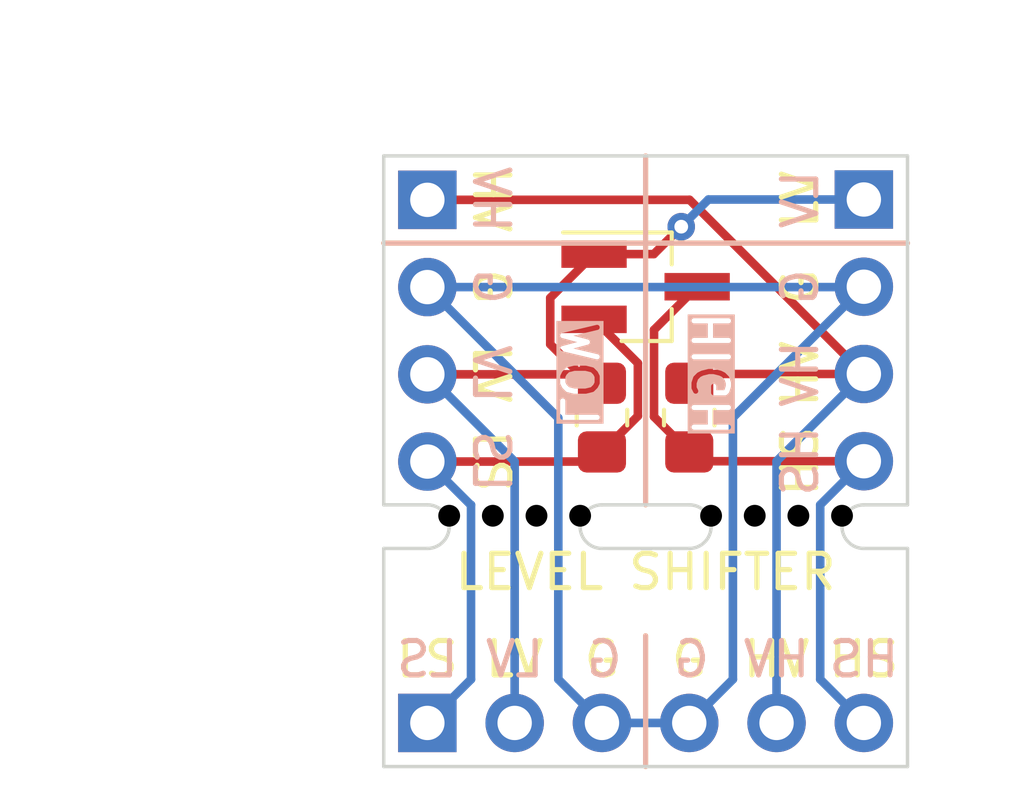
<source format=kicad_pcb>
(kicad_pcb (version 20221018) (generator pcbnew)
  (layers (0 "F.Cu" signal) (31 "B.Cu" signal) (34 "B.Paste" user) (35 "F.Paste" user) (36 "B.SilkS" user "B.Silkscreen") (37 "F.SilkS" user "F.Silkscreen") (38 "B.Mask" user) (39 "F.Mask" user) (44 "Edge.Cuts" user))
  (net 0 "")
  (net 1 "LV")
  (net 2 "LS")
  (net 3 "HS")
  (net 4 "HV")
  (net 5 "G")
  (footprint "Library:Mouse_Bites_4_holes" (layer "F.Cu") (at 105.41 73.66 180)
    (fp_text reference "REF**" hide)
    (fp_text value "Mouse_Bites_4_holes" hide)
    (pad "" np_thru_hole circle (at -1.905 -0.3175 180) (size 0.635 0.635) (drill 0.635) (layers "*.Mask"))
    (pad "" np_thru_hole circle (at -0.635 -0.3175 180) (size 0.635 0.635) (drill 0.635) (layers "*.Mask"))
    (pad "" np_thru_hole circle (at 0.635 -0.3175 180) (size 0.635 0.635) (drill 0.635) (layers "*.Mask"))
    (pad "" np_thru_hole circle (at 1.905 -0.3175 180) (size 0.635 0.635) (drill 0.635) (layers "*.Mask"))
  )
  (footprint "Custom:PinHeader_1x06_P2.54mm_Vertical_no_silk" (layer "F.Cu") (at 102.87 80.01 90)
    (fp_text reference "J3" hide)
    (fp_text value "Conn_01x06" hide)
    (pad "1" thru_hole rect (at 0 0 90) (size 1.7 1.7) (drill 1) (layers "*.Cu" "*.Mask") (net 2 "LS"))
    (pad "2" thru_hole oval (at 0 2.54 90) (size 1.7 1.7) (drill 1) (layers "*.Cu" "*.Mask") (net 1 "LV"))
    (pad "3" thru_hole oval (at 0 5.08 90) (size 1.7 1.7) (drill 1) (layers "*.Cu" "*.Mask") (net 5 "G"))
    (pad "4" thru_hole oval (at 0 7.62 90) (size 1.7 1.7) (drill 1) (layers "*.Cu" "*.Mask") (net 5 "G"))
    (pad "5" thru_hole oval (at 0 10.16 90) (size 1.7 1.7) (drill 1) (layers "*.Cu" "*.Mask") (net 4 "HV"))
    (pad "6" thru_hole oval (at 0 12.7 90) (size 1.7 1.7) (drill 1) (layers "*.Cu" "*.Mask") (net 3 "HS"))
  )
  (footprint "Library:Mouse_Bites_4_holes" (layer "F.Cu") (at 113.03 73.66 180)
    (fp_text reference "REF**" hide)
    (fp_text value "Mouse_Bites_4_holes" hide)
    (pad "" np_thru_hole circle (at -1.905 -0.3175 180) (size 0.635 0.635) (drill 0.635) (layers "*.Mask"))
    (pad "" np_thru_hole circle (at -0.635 -0.3175 180) (size 0.635 0.635) (drill 0.635) (layers "*.Mask"))
    (pad "" np_thru_hole circle (at 0.635 -0.3175 180) (size 0.635 0.635) (drill 0.635) (layers "*.Mask"))
    (pad "" np_thru_hole circle (at 1.905 -0.3175 180) (size 0.635 0.635) (drill 0.635) (layers "*.Mask"))
  )
  (footprint "Resistor_SMD:R_0805_2012Metric_Pad1.20x1.40mm_HandSolder" (layer "F.Cu") (at 110.49 71.12 -90)
    (fp_text reference "R2" hide)
    (fp_text value "10K")
    (fp_line (start -0.227064 -0.735) (end 0.227064 -0.735) (stroke (width 0.12)) (layer "F.SilkS"))
    (fp_line (start -0.227064 0.735) (end 0.227064 0.735) (stroke (width 0.12)) (layer "F.SilkS"))
    (pad "1" smd roundrect (at -1 0 270) (size 1.2 1.4) (layers "F.Cu" "F.Paste" "F.Mask") (roundrect_rratio 0.208333) (net 4 "HV"))
    (pad "2" smd roundrect (at 1 0 270) (size 1.2 1.4) (layers "F.Cu" "F.Paste" "F.Mask") (roundrect_rratio 0.208333) (net 3 "HS"))
  )
  (footprint "Custom:PinHeader_1x04_P2.54mm_Vertical_no_silk" (layer "F.Cu") (at 115.57 64.77)
    (fp_text reference "J2" hide)
    (fp_text value "Conn_01x04")
    (pad "1" thru_hole rect (at 0 0) (size 1.7 1.7) (drill 1) (layers "*.Cu" "*.Mask") (net 1 "LV"))
    (pad "2" thru_hole oval (at 0 2.54) (size 1.7 1.7) (drill 1) (layers "*.Cu" "*.Mask") (net 5 "G"))
    (pad "3" thru_hole oval (at 0 5.08) (size 1.7 1.7) (drill 1) (layers "*.Cu" "*.Mask") (net 4 "HV"))
    (pad "4" thru_hole oval (at 0 7.62) (size 1.7 1.7) (drill 1) (layers "*.Cu" "*.Mask") (net 3 "HS"))
  )
  (footprint "Resistor_SMD:R_0805_2012Metric_Pad1.20x1.40mm_HandSolder" (layer "F.Cu") (at 107.95 71.12 -90)
    (fp_text reference "R1" hide)
    (fp_text value "10K")
    (fp_line (start -0.227064 -0.735) (end 0.227064 -0.735) (stroke (width 0.12)) (layer "F.SilkS"))
    (fp_line (start -0.227064 0.735) (end 0.227064 0.735) (stroke (width 0.12)) (layer "F.SilkS"))
    (pad "1" smd roundrect (at -1 0 270) (size 1.2 1.4) (layers "F.Cu" "F.Paste" "F.Mask") (roundrect_rratio 0.208333) (net 1 "LV"))
    (pad "2" smd roundrect (at 1 0 270) (size 1.2 1.4) (layers "F.Cu" "F.Paste" "F.Mask") (roundrect_rratio 0.208333) (net 2 "LS"))
  )
  (footprint "Custom:PinHeader_1x04_P2.54mm_Vertical_no_silk" (layer "F.Cu") (at 102.87 64.78)
    (fp_text reference "J1" hide)
    (fp_text value "Conn_01x04")
    (pad "1" thru_hole rect (at 0 0) (size 1.7 1.7) (drill 1) (layers "*.Cu" "*.Mask") (net 4 "HV"))
    (pad "2" thru_hole oval (at 0 2.54) (size 1.7 1.7) (drill 1) (layers "*.Cu" "*.Mask") (net 5 "G"))
    (pad "3" thru_hole oval (at 0 5.08) (size 1.7 1.7) (drill 1) (layers "*.Cu" "*.Mask") (net 1 "LV"))
    (pad "4" thru_hole oval (at 0 7.62) (size 1.7 1.7) (drill 1) (layers "*.Cu" "*.Mask") (net 2 "LS"))
  )
  (footprint "Package_TO_SOT_SMD:SOT-23_Handsoldering" (layer "F.Cu") (at 109.22 67.31)
    (fp_text reference "Q1" hide)
    (fp_text value "BSS138")
    (fp_line (start 0.76 -1.58) (end -2.4 -1.58) (stroke (width 0.12)) (layer "F.SilkS"))
    (fp_line (start 0.76 -1.58) (end 0.76 -0.65) (stroke (width 0.12)) (layer "F.SilkS"))
    (fp_line (start 0.76 1.58) (end -0.7 1.58) (stroke (width 0.12)) (layer "F.SilkS"))
    (fp_line (start 0.76 1.58) (end 0.76 0.65) (stroke (width 0.12)) (layer "F.SilkS"))
    (pad "1" smd rect (at -1.5 -0.95) (size 1.9 0.8) (layers "F.Cu" "F.Paste" "F.Mask") (net 1 "LV"))
    (pad "2" smd rect (at -1.5 0.95) (size 1.9 0.8) (layers "F.Cu" "F.Paste" "F.Mask") (net 2 "LS"))
    (pad "3" smd rect (at 1.5 0) (size 1.9 0.8) (layers "F.Cu" "F.Paste" "F.Mask") (net 3 "HS"))
  )
  (gr_line (start 101.6 66.04) (end 116.84 66.04) (stroke (width 0.15)) (layer "B.SilkS"))
  (gr_line (start 109.22 63.5) (end 109.22 73.66) (stroke (width 0.15)) (layer "B.SilkS"))
  (gr_line (start 109.22 77.47) (end 109.22 81.28) (stroke (width 0.15)) (layer "B.SilkS"))
  (gr_line (start 109.22 63.5) (end 109.22 73.66) (stroke (width 0.15)) (layer "F.SilkS"))
  (gr_line (start 109.22 81.28) (end 109.22 77.47) (stroke (width 0.15)) (layer "F.SilkS"))
  (gr_line (start 101.6 66.04) (end 116.84 66.04) (stroke (width 0.15)) (layer "F.SilkS"))
  (gr_line (start 107.95 73.66) (end 110.49 73.66) (stroke (width 0.1)) (layer "Edge.Cuts"))
  (gr_line (start 102.87 74.930001) (end 101.6 74.93) (stroke (width 0.1)) (layer "Edge.Cuts"))
  (gr_line (start 101.6 63.5) (end 101.6 73.66) (stroke (width 0.1)) (layer "Edge.Cuts"))
  (gr_arc (start 115.57 74.93) (mid 114.935 74.295) (end 115.57 73.66) (stroke (width 0.1)) (layer "Edge.Cuts"))
  (gr_line (start 102.87 73.66) (end 101.6 73.66) (stroke (width 0.1)) (layer "Edge.Cuts"))
  (gr_line (start 115.57 74.93) (end 116.84 74.93) (stroke (width 0.1)) (layer "Edge.Cuts"))
  (gr_line (start 107.95 74.93) (end 110.49 74.930001) (stroke (width 0.1)) (layer "Edge.Cuts"))
  (gr_line (start 101.6 81.28) (end 116.84 81.28) (stroke (width 0.1)) (layer "Edge.Cuts"))
  (gr_line (start 116.84 73.66) (end 116.84 63.5) (stroke (width 0.1)) (layer "Edge.Cuts"))
  (gr_line (start 116.84 81.28) (end 116.84 74.93) (stroke (width 0.1)) (layer "Edge.Cuts"))
  (gr_arc (start 107.95 74.93) (mid 107.315 74.295) (end 107.95 73.66) (stroke (width 0.1)) (layer "Edge.Cuts"))
  (gr_arc (start 110.49 73.66) (mid 111.125 74.295) (end 110.49 74.930001) (stroke (width 0.1)) (layer "Edge.Cuts"))
  (gr_line (start 101.6 74.93) (end 101.6 81.28) (stroke (width 0.1)) (layer "Edge.Cuts"))
  (gr_line (start 115.57 73.66) (end 116.84 73.66) (stroke (width 0.1)) (layer "Edge.Cuts"))
  (gr_line (start 116.84 63.5) (end 101.6 63.5) (stroke (width 0.1)) (layer "Edge.Cuts"))
  (gr_arc (start 102.87 73.66) (mid 103.505 74.295) (end 102.87 74.930001) (stroke (width 0.1)) (layer "Edge.Cuts"))
  (gr_text "G" (at 104.14 67.31 270) (layer "B.SilkS") (effects (font (size 1 1)) (justify bottom mirror)))
  (gr_text "G" (at 114.3 67.31 90) (layer "B.SilkS") (effects (font (size 1 1)) (justify bottom mirror)))
  (gr_text "HV" (at 114.3 69.85 90) (layer "B.SilkS") (effects (font (size 1 1)) (justify bottom mirror)))
  (gr_text "LV" (at 105.41 78.74) (layer "B.SilkS") (effects (font (size 1 1)) (justify bottom mirror)))
  (gr_text "LV" (at 104.14 69.85 -90) (layer "B.SilkS") (effects (font (size 1 1)) (justify bottom mirror)))
  (gr_text "LS" (at 104.14 72.39 -90) (layer "B.SilkS") (effects (font (size 1 1)) (justify bottom mirror)))
  (gr_text "HV" (at 113.03 78.74) (layer "B.SilkS") (effects (font (size 1 1)) (justify bottom mirror)))
  (gr_text "LOW" (at 106.68 69.85 -90) (layer "B.SilkS" knockout) (effects (font (size 1 1)) (justify bottom mirror)))
  (gr_text "HS" (at 115.57 78.74) (layer "B.SilkS") (effects (font (size 1 1)) (justify bottom mirror)))
  (gr_text "LV" (at 114.3 64.77 90) (layer "B.SilkS") (effects (font (size 1 1)) (justify bottom mirror)))
  (gr_text "LS" (at 102.87 78.74) (layer "B.SilkS") (effects (font (size 1 1)) (justify bottom mirror)))
  (gr_text "G" (at 110.561428 78.74) (layer "B.SilkS") (effects (font (size 1 1)) (justify bottom mirror)))
  (gr_text "G" (at 108.021428 78.74) (layer "B.SilkS") (effects (font (size 1 1)) (justify bottom mirror)))
  (gr_text "HS" (at 114.3 72.39 90) (layer "B.SilkS") (effects (font (size 1 1)) (justify bottom mirror)))
  (gr_text "HIGH" (at 111.76 69.85 90) (layer "B.SilkS" knockout) (effects (font (size 1 1)) (justify bottom mirror)))
  (gr_text "HV" (at 104.14 64.77 -90) (layer "B.SilkS") (effects (font (size 1 1)) (justify bottom mirror)))
  (gr_text "G" (at 110.49 78.74) (layer "F.SilkS") (effects (font (size 1 1)) (justify bottom)))
  (gr_text "HS" (at 114.3 72.39 90) (layer "F.SilkS") (effects (font (size 1 1)) (justify bottom)))
  (gr_text "HS" (at 115.57 78.74) (layer "F.SilkS") (effects (font (size 1 1)) (justify bottom)))
  (gr_text "G" (at 107.95 78.74) (layer "F.SilkS") (effects (font (size 1 1)) (justify bottom)))
  (gr_text "G" (at 114.3 67.31 90) (layer "F.SilkS") (effects (font (size 1 1)) (justify bottom)))
  (gr_text "HV" (at 113.03 78.74) (layer "F.SilkS") (effects (font (size 1 1)) (justify bottom)))
  (gr_text "LEVEL SHIFTER" (at 109.22 76.2) (layer "F.SilkS") (effects (font (size 1 1)) (justify bottom)))
  (gr_text "LV" (at 105.41 78.74) (layer "F.SilkS") (effects (font (size 1 1)) (justify bottom)))
  (gr_text "HV" (at 114.3 69.85 90) (layer "F.SilkS") (effects (font (size 1 1)) (justify bottom)))
  (gr_text "LV" (at 104.14 69.85 270) (layer "F.SilkS") (effects (font (size 1 1)) (justify bottom)))
  (gr_text "LS" (at 104.14 72.39 270) (layer "F.SilkS") (effects (font (size 1 1)) (justify bottom)))
  (gr_text "LV" (at 114.3 64.77 90) (layer "F.SilkS") (effects (font (size 1 1)) (justify bottom)))
  (gr_text "HV" (at 104.14 64.77 -90) (layer "F.SilkS") (effects (font (size 1 1)) (justify bottom)))
  (gr_text "LS" (at 102.87 78.74) (layer "F.SilkS") (effects (font (size 1 1)) (justify bottom)))
  (gr_text "G" (at 104.14 67.31 270) (layer "F.SilkS") (effects (font (size 1 1)) (justify bottom)))
  (segment (start 107.72 66.36) (end 109.458104 66.36) (width 0.25) (layer "F.Cu") (net 1))
  (segment (start 107.58 70.12) (end 107.95 70.12) (width 0.25) (layer "F.Cu") (net 1))
  (segment (start 107.72 66.36) (end 106.445 67.635) (width 0.25) (layer "F.Cu") (net 1))
  (segment (start 102.87 69.86) (end 107.69 69.86) (width 0.25) (layer "F.Cu") (net 1))
  (segment (start 106.445 67.635) (end 106.445 68.985) (width 0.25) (layer "F.Cu") (net 1))
  (segment (start 109.458104 66.36) (end 110.256753 65.561351) (width 0.25) (layer "F.Cu") (net 1))
  (segment (start 106.445 68.985) (end 107.58 70.12) (width 0.25) (layer "F.Cu") (net 1))
  (segment (start 107.69 69.86) (end 107.95 70.12) (width 0.25) (layer "F.Cu") (net 1))
  (via (at 110.256753 65.561351) (size 0.8) (drill 0.4) (layers "F.Cu" "B.Cu") (net 1))
  (segment (start 105.41 80.01) (end 105.41 72.4) (width 0.25) (layer "B.Cu") (net 1))
  (segment (start 110.256753 65.561351) (end 111.048104 64.77) (width 0.25) (layer "B.Cu") (net 1))
  (segment (start 111.048104 64.77) (end 115.57 64.77) (width 0.25) (layer "B.Cu") (net 1))
  (segment (start 105.41 72.4) (end 102.87 69.86) (width 0.25) (layer "B.Cu") (net 1))
  (segment (start 102.87 72.4) (end 107.67 72.4) (width 0.25) (layer "F.Cu") (net 2))
  (segment (start 108.995 69.535) (end 107.72 68.26) (width 0.25) (layer "F.Cu") (net 2))
  (segment (start 107.67 72.4) (end 107.95 72.12) (width 0.25) (layer "F.Cu") (net 2))
  (segment (start 108.995 71.075) (end 108.995 69.535) (width 0.25) (layer "F.Cu") (net 2))
  (segment (start 107.95 72.12) (end 108.995 71.075) (width 0.25) (layer "F.Cu") (net 2))
  (segment (start 104.14 73.66) (end 104.13 73.66) (width 0.25) (layer "B.Cu") (net 2))
  (segment (start 104.14 78.74) (end 104.14 73.66) (width 0.25) (layer "B.Cu") (net 2))
  (segment (start 104.13 73.66) (end 102.87 72.4) (width 0.25) (layer "B.Cu") (net 2))
  (segment (start 102.87 80.01) (end 104.14 78.74) (width 0.25) (layer "B.Cu") (net 2))
  (segment (start 115.57 72.39) (end 110.76 72.39) (width 0.25) (layer "F.Cu") (net 3))
  (segment (start 110.49 72.12) (end 109.465 71.095) (width 0.25) (layer "F.Cu") (net 3))
  (segment (start 109.465 71.095) (end 109.465 68.565) (width 0.25) (layer "F.Cu") (net 3))
  (segment (start 110.76 72.39) (end 110.49 72.12) (width 0.25) (layer "F.Cu") (net 3))
  (segment (start 109.465 68.565) (end 110.72 67.31) (width 0.25) (layer "F.Cu") (net 3))
  (segment (start 114.3 78.74) (end 114.3 73.66) (width 0.25) (layer "B.Cu") (net 3))
  (segment (start 115.57 80.01) (end 114.3 78.74) (width 0.25) (layer "B.Cu") (net 3))
  (segment (start 114.3 73.66) (end 115.57 72.39) (width 0.25) (layer "B.Cu") (net 3))
  (segment (start 102.87 64.78) (end 110.5 64.78) (width 0.25) (layer "F.Cu") (net 4))
  (segment (start 110.49 70.12) (end 110.76 69.85) (width 0.25) (layer "F.Cu") (net 4))
  (segment (start 110.5 64.78) (end 115.57 69.85) (width 0.25) (layer "F.Cu") (net 4))
  (segment (start 110.76 69.85) (end 115.57 69.85) (width 0.25) (layer "F.Cu") (net 4))
  (segment (start 113.03 72.39) (end 115.57 69.85) (width 0.25) (layer "B.Cu") (net 4))
  (segment (start 113.03 80.01) (end 113.03 72.39) (width 0.25) (layer "B.Cu") (net 4))
  (segment (start 102.87 67.32) (end 115.56 67.32) (width 0.25) (layer "B.Cu") (net 5))
  (segment (start 110.49 80.01) (end 111.76 78.74) (width 0.25) (layer "B.Cu") (net 5))
  (segment (start 106.68 78.74) (end 106.68 71.13) (width 0.25) (layer "B.Cu") (net 5))
  (segment (start 110.49 80.01) (end 107.95 80.01) (width 0.25) (layer "B.Cu") (net 5))
  (segment (start 111.76 78.74) (end 111.76 71.12) (width 0.25) (layer "B.Cu") (net 5))
  (segment (start 106.68 71.13) (end 102.87 67.32) (width 0.25) (layer "B.Cu") (net 5))
  (segment (start 107.95 80.01) (end 106.68 78.74) (width 0.25) (layer "B.Cu") (net 5))
  (segment (start 111.76 71.12) (end 115.57 67.31) (width 0.25) (layer "B.Cu") (net 5))
  (segment (start 115.56 67.32) (end 115.57 67.31) (width 0.25) (layer "B.Cu") (net 5))
)
</source>
